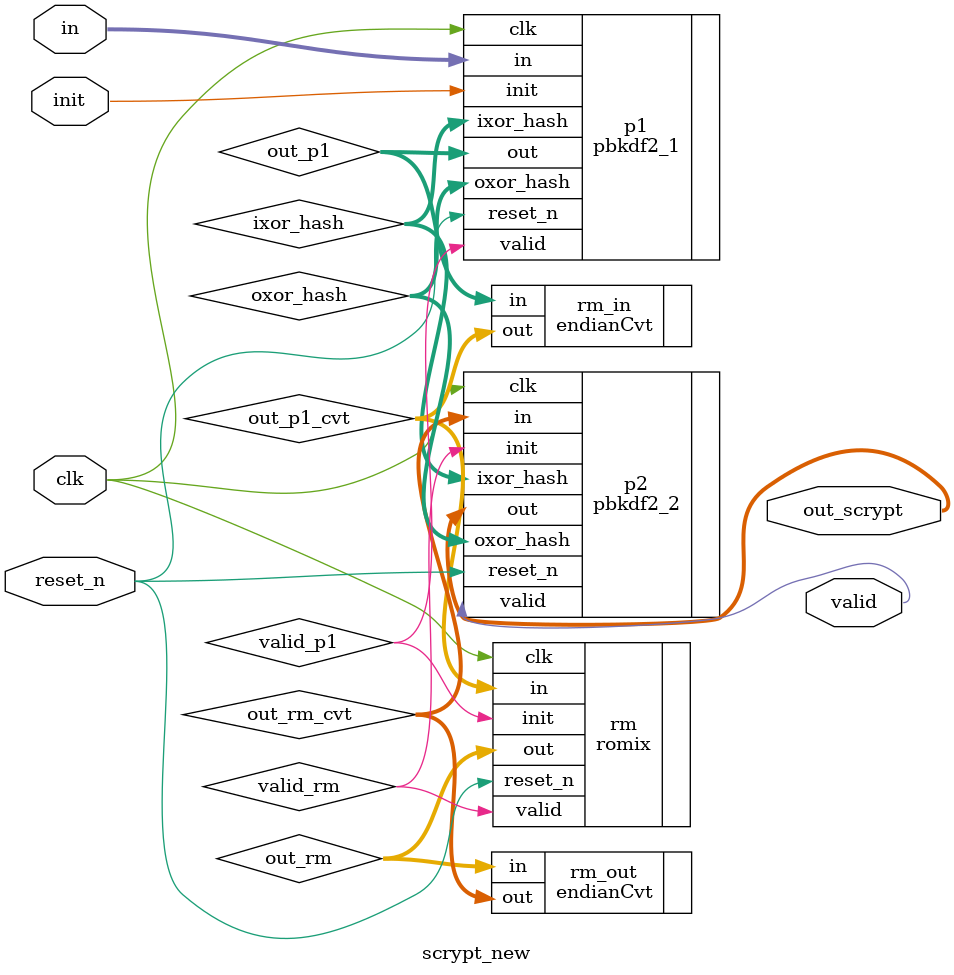
<source format=v>
module scrypt_new(
    input    wire                clk           ,   // clock signal
    input    wire                reset_n       ,   // reset negative signal
    input    wire                init          ,   // start signal
    input    wire    [639:0]     in            ,   // input scrypt
    output   wire    [255:0]     out_scrypt    ,   // output scrypt
    output   wire                valid
);

    //p1 declaration
    wire    [1023 : 0]        out_p1    ;
    wire    [255  : 0]        ixor_hash ;
    wire    [255  : 0]        oxor_hash ;
    wire                      valid_p1  ;
    wire    [1023 : 0]        out_p1_cvt;

    //rm declaration
    wire    [1023 : 0]         out_rm    ;  
    // wire                       keep_input;    
    wire                       valid_rm  ; 
    wire    [1023 : 0]         out_rm_cvt;    

    // instantation
    pbkdf2_1 p1(
    //input
    .clk        (clk        ),
    .reset_n    (reset_n    ),
    .init       (init       ),
    .in         (in         ),
    //output
    .out        (out_p1     ),
    .ixor_hash  (ixor_hash  ),
    .oxor_hash  (oxor_hash  ),
    .valid      (valid_p1   )
    );

    endianCvt rm_in(
    .in         (out_p1     ),
    .out        (out_p1_cvt )
    );

    romix rm(
    //input
    .clk        (clk        ),
    .reset_n    (reset_n    ),                
    .init       (valid_p1   ),        
    .in         (out_p1_cvt ),
    //output
    .out        (out_rm     ),
    // .keep_input (keep_input ),        
    .valid      (valid_rm   )
    );

    endianCvt rm_out(
    .in         (out_rm     ),
    .out        (out_rm_cvt )
    );

    pbkdf2_2 p2(
    //input
    .clk        (clk        ),
    .reset_n    (reset_n    ),
    .init       (valid_rm   ),
    .in         (out_rm_cvt ),
    .ixor_hash  (ixor_hash  ),
    .oxor_hash  (oxor_hash  ),
    //output
    .out        (out_scrypt ),
    .valid      (valid      )
    );
endmodule
</source>
